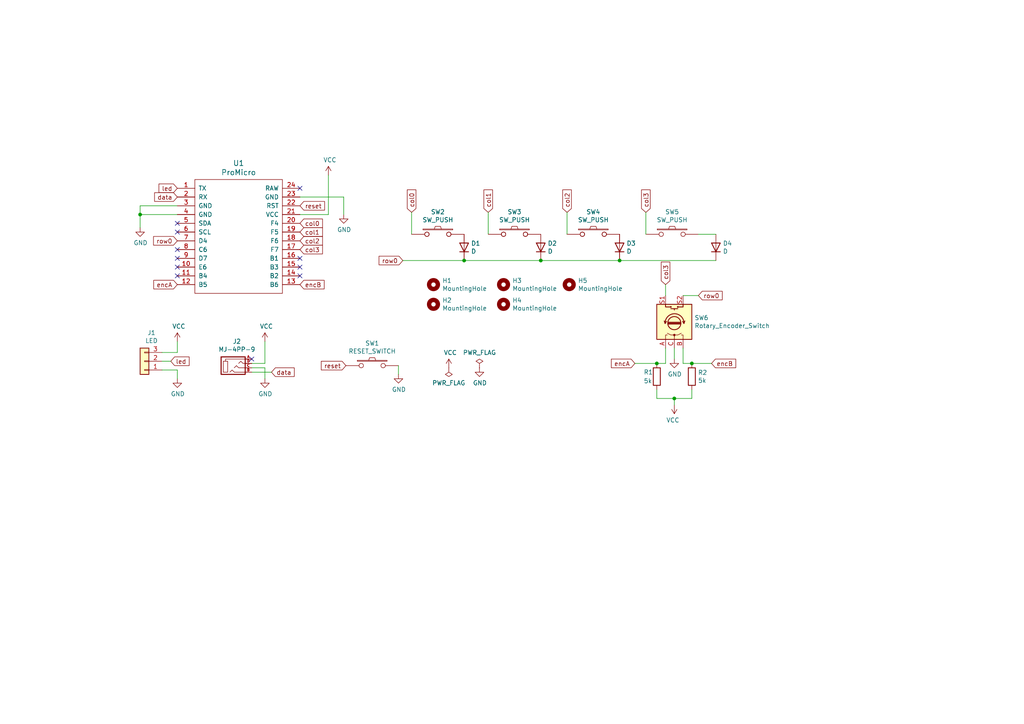
<source format=kicad_sch>
(kicad_sch (version 20230121) (generator eeschema)
  (paper "A4")
  (lib_symbols
    (symbol "Connector_Generic:Conn_01x03" (pin_names (offset 1.016) hide)
      (property "Reference" "J" (at 0 5.08 0))
      (property "Value" "Conn_01x03" (at 0 -5.08 0))
      (symbol "Conn_01x03_1_1"
        (rectangle (start -1.27 -2.413) (end 0 -2.667) (stroke (width 0.1524)))
        (rectangle (start -1.27 0.127) (end 0 -0.127) (stroke (width 0.1524)))
        (rectangle (start -1.27 2.667) (end 0 2.413) (stroke (width 0.1524)))
        (rectangle (start -1.27 3.81) (end 1.27 -3.81) (stroke (width 0.254)) (fill (type background)))
        (pin passive line (at -5.08 2.54 0) (length 3.81) (name "Pin_1") (number "1"))
        (pin passive line (at -5.08 0 0) (length 3.81) (name "Pin_2") (number "2"))
        (pin passive line (at -5.08 -2.54 0) (length 3.81) (name "Pin_3") (number "3"))
      )
    )
    (symbol "Device:D" (pin_numbers hide) (pin_names (offset 1.016) hide)
      (property "Reference" "D" (at 0 2.54 0))
      (property "Value" "D" (at 0 -2.54 0))
      (symbol "D_0_1"
        (polyline (pts (xy -1.27 1.27) (xy -1.27 -1.27)) (stroke (width 0.254)))
        (polyline (pts (xy 1.27 0) (xy -1.27 0)))
        (polyline (pts (xy 1.27 1.27) (xy 1.27 -1.27) (xy -1.27 0) (xy 1.27 1.27)) (stroke (width 0.254)))
      )
      (symbol "D_1_1"
        (pin passive line (at -3.81 0 0) (length 2.54) (name "K") (number "1"))
        (pin passive line (at 3.81 0 180) (length 2.54) (name "A") (number "2"))
      )
    )
    (symbol "Device:R" (pin_numbers hide) (pin_names (offset 0))
      (property "Reference" "R" (at 2.032 0 90))
      (property "Value" "R" (at 0 0 90))
      (symbol "R_0_1"
        (rectangle (start -1.016 -2.54) (end 1.016 2.54) (stroke (width 0.254)))
      )
      (symbol "R_1_1"
        (pin passive line (at 0 3.81 270) (length 1.27) (name "~") (number "1"))
        (pin passive line (at 0 -3.81 90) (length 1.27) (name "~") (number "2"))
      )
    )
    (symbol "Mechanical:MountingHole" (pin_names (offset 1.016))
      (property "Reference" "H" (at 0 5.08 0))
      (property "Value" "MountingHole" (at 0 3.175 0))
      (symbol "MountingHole_0_1"
        (circle (center 0 0) (radius 1.27) (stroke (width 1.27)))
      )
    )
    (symbol "power:GND" (power) (pin_names (offset 0))
      (property "Value" "GND" (at 0 -3.81 0))
      (symbol "GND_0_1"
        (polyline (pts (xy 0 0) (xy 0 -1.27) (xy 1.27 -1.27) (xy 0 -2.54) (xy -1.27 -1.27) (xy 0 -1.27)))
      )
      (symbol "GND_1_1"
        (pin power_in line (at 0 0 270) (length 0) hide (name "GND") (number "1"))
      )
    )
    (symbol "power:PWR_FLAG" (power) (pin_numbers hide) (pin_names (offset 0) hide)
      (property "Value" "PWR_FLAG" (at 0 3.81 0))
      (symbol "PWR_FLAG_0_0"
        (pin power_out line (at 0 0 90) (length 0) (name "pwr") (number "1"))
      )
      (symbol "PWR_FLAG_0_1"
        (polyline (pts (xy 0 0) (xy 0 1.27) (xy -1.016 1.905) (xy 0 2.54) (xy 1.016 1.905) (xy 0 1.27)))
      )
    )
    (symbol "power:VCC" (power) (pin_names (offset 0))
      (property "Value" "VCC" (at 0 3.81 0))
      (symbol "VCC_0_1"
        (polyline (pts (xy -0.762 1.27) (xy 0 2.54)))
        (polyline (pts (xy 0 0) (xy 0 2.54)))
        (polyline (pts (xy 0 2.54) (xy 0.762 1.27)))
      )
      (symbol "VCC_1_1"
        (pin power_in line (at 0 0 90) (length 0) hide (name "VCC") (number "1"))
      )
    )
    (symbol "va4-rescue:MJ-4PP-9-kbd" (pin_names (offset 1.016))
      (property "Reference" "J" (at 0 3.81 0))
      (property "Value" "kbd_MJ-4PP-9" (at 0 -3.81 0))
      (symbol "MJ-4PP-9-kbd_0_1"
        (rectangle (start -1.905 -1.905) (end -3.175 1.27))
        (polyline (pts (xy -2.54 1.27) (xy -2.54 1.905) (xy 3.175 1.905)))
        (polyline (pts (xy -1.27 -1.905) (xy -0.635 -1.27) (xy 0 -1.905) (xy 3.175 -1.905)))
        (polyline (pts (xy 0 -0.635) (xy 0.635 0) (xy 1.27 -0.635) (xy 3.175 -0.635)))
        (polyline (pts (xy 1.27 0.635) (xy 1.905 1.27) (xy 2.54 0.635) (xy 3.175 0.635)))
        (rectangle (start 3.175 2.54) (end -3.81 -2.54) (stroke (width 0.3048)))
      )
      (symbol "MJ-4PP-9-kbd_1_1"
        (pin input line (at 5.08 1.905 180) (length 2.0066) (name "~") (number "A"))
        (pin input line (at 5.08 -1.905 180) (length 2.0066) (name "~") (number "B"))
        (pin input line (at 5.08 -0.635 180) (length 2.0066) (name "~") (number "C"))
        (pin input line (at 5.08 0.635 180) (length 2.0066) (name "~") (number "D"))
      )
    )
    (symbol "va4-rescue:ProMicro-kbd" (pin_names (offset 1.016))
      (property "Reference" "U" (at 0 24.13 0))
      (property "Value" "kbd_ProMicro" (at 0 -13.97 0))
      (symbol "ProMicro-kbd_0_1"
        (rectangle (start -12.7 21.59) (end 12.7 -11.43))
      )
      (symbol "ProMicro-kbd_1_1"
        (pin bidirectional line (at -17.78 19.05 0) (length 5.08) (name "TX") (number "1"))
        (pin bidirectional line (at -17.78 -3.81 0) (length 5.08) (name "E6") (number "10"))
        (pin bidirectional line (at -17.78 -6.35 0) (length 5.08) (name "B4") (number "11"))
        (pin bidirectional line (at -17.78 -8.89 0) (length 5.08) (name "B5") (number "12"))
        (pin bidirectional line (at 17.78 -8.89 180) (length 5.08) (name "B6") (number "13"))
        (pin bidirectional line (at 17.78 -6.35 180) (length 5.08) (name "B2") (number "14"))
        (pin bidirectional line (at 17.78 -3.81 180) (length 5.08) (name "B3") (number "15"))
        (pin bidirectional line (at 17.78 -1.27 180) (length 5.08) (name "B1") (number "16"))
        (pin bidirectional line (at 17.78 1.27 180) (length 5.08) (name "F7") (number "17"))
        (pin bidirectional line (at 17.78 3.81 180) (length 5.08) (name "F6") (number "18"))
        (pin bidirectional line (at 17.78 6.35 180) (length 5.08) (name "F5") (number "19"))
        (pin bidirectional line (at -17.78 16.51 0) (length 5.08) (name "RX") (number "2"))
        (pin bidirectional line (at 17.78 8.89 180) (length 5.08) (name "F4") (number "20"))
        (pin power_in line (at 17.78 11.43 180) (length 5.08) (name "VCC") (number "21"))
        (pin input line (at 17.78 13.97 180) (length 5.08) (name "RST") (number "22"))
        (pin power_in line (at 17.78 16.51 180) (length 5.08) (name "GND") (number "23"))
        (pin power_out line (at 17.78 19.05 180) (length 5.08) (name "RAW") (number "24"))
        (pin power_in line (at -17.78 13.97 0) (length 5.08) (name "GND") (number "3"))
        (pin power_in line (at -17.78 11.43 0) (length 5.08) (name "GND") (number "4"))
        (pin bidirectional line (at -17.78 8.89 0) (length 5.08) (name "SDA") (number "5"))
        (pin bidirectional line (at -17.78 6.35 0) (length 5.08) (name "SCL") (number "6"))
        (pin bidirectional line (at -17.78 3.81 0) (length 5.08) (name "D4") (number "7"))
        (pin bidirectional line (at -17.78 1.27 0) (length 5.08) (name "C6") (number "8"))
        (pin bidirectional line (at -17.78 -1.27 0) (length 5.08) (name "D7") (number "9"))
      )
    )
    (symbol "va4-rescue:Rotary_Encoder_Switch-Device" (pin_names (offset 0.254) hide)
      (property "Reference" "SW" (at 0 6.604 0))
      (property "Value" "Device_Rotary_Encoder_Switch" (at 0 -6.604 0))
      (symbol "Rotary_Encoder_Switch-Device_0_1"
        (rectangle (start -5.08 5.08) (end 5.08 -5.08) (stroke (width 0.254)) (fill (type background)))
        (circle (center -3.81 0) (radius 0.254) (fill (type outline)))
        (arc (start -0.381 -2.794) (mid 2.3376 -0.0635) (end -0.381 2.667) (stroke (width 0.254)))
        (circle (center -0.381 0) (radius 1.905) (stroke (width 0.254)))
        (polyline (pts (xy -0.635 -1.778) (xy -0.635 1.778)) (stroke (width 0.254)))
        (polyline (pts (xy -0.381 -1.778) (xy -0.381 1.778)) (stroke (width 0.254)))
        (polyline (pts (xy -0.127 1.778) (xy -0.127 -1.778)) (stroke (width 0.254)))
        (polyline (pts (xy 3.81 0) (xy 3.429 0)) (stroke (width 0.254)))
        (polyline (pts (xy 3.81 1.016) (xy 3.81 -1.016)) (stroke (width 0.254)))
        (polyline (pts (xy -5.08 -2.54) (xy -3.81 -2.54) (xy -3.81 -2.032)))
        (polyline (pts (xy -5.08 2.54) (xy -3.81 2.54) (xy -3.81 2.032)))
        (polyline (pts (xy 0.254 -3.048) (xy -0.508 -2.794) (xy 0.127 -2.413)) (stroke (width 0.254)))
        (polyline (pts (xy 0.254 2.921) (xy -0.508 2.667) (xy 0.127 2.286)) (stroke (width 0.254)))
        (polyline (pts (xy 5.08 -2.54) (xy 4.318 -2.54) (xy 4.318 -1.016)) (stroke (width 0.254)))
        (polyline (pts (xy 5.08 2.54) (xy 4.318 2.54) (xy 4.318 1.016)) (stroke (width 0.254)))
        (polyline (pts (xy -5.08 0) (xy -3.81 0) (xy -3.81 -1.016) (xy -3.302 -2.032)))
        (polyline (pts (xy -4.318 0) (xy -3.81 0) (xy -3.81 1.016) (xy -3.302 2.032)))
        (circle (center 4.318 -1.016) (radius 0.127) (stroke (width 0.254)))
        (circle (center 4.318 1.016) (radius 0.127) (stroke (width 0.254)))
      )
      (symbol "Rotary_Encoder_Switch-Device_1_1"
        (pin passive line (at -7.62 2.54 0) (length 2.54) (name "A") (number "A"))
        (pin passive line (at -7.62 -2.54 0) (length 2.54) (name "B") (number "B"))
        (pin passive line (at -7.62 0 0) (length 2.54) (name "C") (number "C"))
        (pin passive line (at 7.62 2.54 180) (length 2.54) (name "S1") (number "S1"))
        (pin passive line (at 7.62 -2.54 180) (length 2.54) (name "S2") (number "S2"))
      )
    )
    (symbol "va4-rescue:SW_PUSH-kbd" (pin_numbers hide) (pin_names (offset 1.016) hide)
      (property "Reference" "SW" (at 3.81 2.794 0))
      (property "Value" "kbd_SW_PUSH" (at 0 -2.032 0))
      (symbol "SW_PUSH-kbd_0_1"
        (rectangle (start -4.318 1.27) (end 4.318 1.524))
        (polyline (pts (xy -1.016 1.524) (xy -0.762 2.286) (xy 0.762 2.286) (xy 1.016 1.524)))
        (pin passive inverted (at -7.62 0 0) (length 5.08) (name "1") (number "1"))
        (pin passive inverted (at 7.62 0 180) (length 5.08) (name "2") (number "2"))
      )
    )
  )
  (junction (at 134.62 75.565))
  (junction (at 40.64 62.23))
  (junction (at 179.705 75.565))
  (junction (at 190.5 105.41))
  (junction (at 200.66 105.41))
  (junction (at 156.845 75.565))
  (junction (at 195.58 115.57))
  (no_connect (at 73.025 104.14))
  (no_connect (at 51.435 80.01))
  (no_connect (at 86.995 74.93))
  (no_connect (at 51.435 64.77))
  (no_connect (at 86.995 54.61))
  (no_connect (at 86.995 77.47))
  (no_connect (at 51.435 67.31))
  (no_connect (at 86.995 80.01))
  (no_connect (at 51.435 77.47))
  (no_connect (at 51.435 74.93))
  (no_connect (at 51.435 72.39))
  (wire (pts (xy 141.605 67.945) (xy 141.605 61.595)))
  (wire (pts (xy 198.12 105.41) (xy 200.66 105.41)))
  (wire (pts (xy 46.99 107.315) (xy 51.435 107.315)))
  (wire (pts (xy 200.66 113.03) (xy 200.66 115.57)))
  (wire (pts (xy 202.565 67.945) (xy 207.645 67.945)))
  (wire (pts (xy 195.58 100.965) (xy 195.58 104.14)))
  (wire (pts (xy 51.435 99.06) (xy 51.435 102.235)))
  (wire (pts (xy 156.845 75.565) (xy 179.705 75.565)))
  (wire (pts (xy 95.25 62.23) (xy 86.995 62.23)))
  (wire (pts (xy 193.04 105.41) (xy 190.5 105.41)))
  (wire (pts (xy 190.5 105.41) (xy 184.15 105.41)))
  (wire (pts (xy 51.435 102.235) (xy 46.99 102.235)))
  (wire (pts (xy 198.12 85.725) (xy 202.565 85.725)))
  (wire (pts (xy 134.62 75.565) (xy 156.845 75.565)))
  (wire (pts (xy 76.835 106.68) (xy 76.835 109.855)))
  (wire (pts (xy 193.04 85.725) (xy 193.04 82.55)))
  (wire (pts (xy 115.57 106.045) (xy 115.57 108.585)))
  (wire (pts (xy 190.5 115.57) (xy 195.58 115.57)))
  (wire (pts (xy 190.5 113.03) (xy 190.5 115.57)))
  (wire (pts (xy 195.58 115.57) (xy 195.58 117.475)))
  (wire (pts (xy 195.58 115.57) (xy 200.66 115.57)))
  (wire (pts (xy 99.695 57.15) (xy 86.995 57.15)))
  (wire (pts (xy 95.25 50.8) (xy 95.25 62.23)))
  (wire (pts (xy 51.435 59.69) (xy 40.64 59.69)))
  (wire (pts (xy 198.12 100.965) (xy 198.12 105.41)))
  (wire (pts (xy 73.025 105.41) (xy 76.835 105.41)))
  (wire (pts (xy 200.66 105.41) (xy 206.375 105.41)))
  (wire (pts (xy 193.04 100.965) (xy 193.04 105.41)))
  (wire (pts (xy 187.325 61.595) (xy 187.325 67.945)))
  (wire (pts (xy 73.025 107.95) (xy 78.74 107.95)))
  (wire (pts (xy 116.84 75.565) (xy 134.62 75.565)))
  (wire (pts (xy 73.025 106.68) (xy 76.835 106.68)))
  (wire (pts (xy 40.64 62.23) (xy 40.64 66.04)))
  (wire (pts (xy 179.705 75.565) (xy 207.645 75.565)))
  (wire (pts (xy 49.53 104.775) (xy 46.99 104.775)))
  (wire (pts (xy 51.435 107.315) (xy 51.435 109.855)))
  (wire (pts (xy 76.835 105.41) (xy 76.835 99.06)))
  (wire (pts (xy 99.695 62.23) (xy 99.695 57.15)))
  (wire (pts (xy 40.64 59.69) (xy 40.64 62.23)))
  (wire (pts (xy 164.465 67.945) (xy 164.465 61.595)))
  (wire (pts (xy 119.38 61.595) (xy 119.38 67.945)))
  (wire (pts (xy 51.435 62.23) (xy 40.64 62.23)))
  (global_label "col3" (shape input) (at 86.995 72.39 0) (property "Intersheetrefs" "${INTERSHEET_REFS}" (effects hide)))
  (global_label "encB" (shape input) (at 86.995 82.55 0) (property "Intersheetrefs" "${INTERSHEET_REFS}" (effects hide)))
  (global_label "col2" (shape input) (at 86.995 69.85 0) (property "Intersheetrefs" "${INTERSHEET_REFS}" (effects hide)))
  (global_label "row0" (shape input) (at 202.565 85.725 0) (property "Intersheetrefs" "${INTERSHEET_REFS}" (effects hide)))
  (global_label "encA" (shape input) (at 184.15 105.41 180) (property "Intersheetrefs" "${INTERSHEET_REFS}" (effects hide)))
  (global_label "row0" (shape input) (at 116.84 75.565 180) (property "Intersheetrefs" "${INTERSHEET_REFS}" (effects hide)))
  (global_label "col0" (shape input) (at 86.995 64.77 0) (property "Intersheetrefs" "${INTERSHEET_REFS}" (effects hide)))
  (global_label "led" (shape input) (at 49.53 104.775 0) (property "Intersheetrefs" "${INTERSHEET_REFS}" (effects hide)))
  (global_label "reset" (shape input) (at 86.995 59.69 0) (property "Intersheetrefs" "${INTERSHEET_REFS}" (effects hide)))
  (global_label "encA" (shape input) (at 51.435 82.55 180) (property "Intersheetrefs" "${INTERSHEET_REFS}" (effects hide)))
  (global_label "col1" (shape input) (at 141.605 61.595 90) (property "Intersheetrefs" "${INTERSHEET_REFS}" (effects hide)))
  (global_label "data" (shape input) (at 78.74 107.95 0) (property "Intersheetrefs" "${INTERSHEET_REFS}" (effects hide)))
  (global_label "col3" (shape input) (at 193.04 82.55 90) (property "Intersheetrefs" "${INTERSHEET_REFS}" (effects hide)))
  (global_label "data" (shape input) (at 51.435 57.15 180) (property "Intersheetrefs" "${INTERSHEET_REFS}" (effects hide)))
  (global_label "col2" (shape input) (at 164.465 61.595 90) (property "Intersheetrefs" "${INTERSHEET_REFS}" (effects hide)))
  (global_label "reset" (shape input) (at 100.33 106.045 180) (property "Intersheetrefs" "${INTERSHEET_REFS}" (effects hide)))
  (global_label "led" (shape input) (at 51.435 54.61 180) (property "Intersheetrefs" "${INTERSHEET_REFS}" (effects hide)))
  (global_label "col0" (shape input) (at 119.38 61.595 90) (property "Intersheetrefs" "${INTERSHEET_REFS}" (effects hide)))
  (global_label "encB" (shape input) (at 206.375 105.41 0) (property "Intersheetrefs" "${INTERSHEET_REFS}" (effects hide)))
  (global_label "col3" (shape input) (at 187.325 61.595 90) (property "Intersheetrefs" "${INTERSHEET_REFS}" (effects hide)))
  (global_label "col1" (shape input) (at 86.995 67.31 0) (property "Intersheetrefs" "${INTERSHEET_REFS}" (effects hide)))
  (global_label "row0" (shape input) (at 51.435 69.85 180) (property "Intersheetrefs" "${INTERSHEET_REFS}" (effects hide)))
  (symbol (lib_id "va4-rescue:ProMicro-kbd") (at 69.215 73.66 0) (unit 1)
    (property "Reference" "U1" (at 69.215 47.3202 0) (effects (font (size 1.524 1.524))))
    (property "Value" "ProMicro" (at 69.215 50.0126 0) (effects (font (size 1.524 1.524))))
    (property "Footprint" "kbd:ProMicro_v2" (effects hide))
  )
  (symbol (lib_id "va4-rescue:SW_PUSH-kbd") (at 107.95 106.045 0) (unit 1)
    (property "Reference" "SW1" (at 107.95 99.568 0))
    (property "Value" "RESET_SWITCH" (at 107.95 101.8794 0))
    (property "Footprint" "kbd:ResetSW" (effects hide))
  )
  (symbol (lib_id "power:VCC") (at 95.25 50.8 0) (unit 1)
    (property "Reference" "#PWR0101" (effects hide))
    (property "Value" "VCC" (at 95.6818 46.4058 0))
  )
  (symbol (lib_id "va4-rescue:MJ-4PP-9-kbd") (at 67.945 106.045 0) (unit 1)
    (property "Reference" "J2" (at 68.707 99.0346 0))
    (property "Value" "MJ-4PP-9" (at 68.707 101.346 0))
    (property "Footprint" "kbd:MJ-4PP-9" (effects hide))
  )
  (symbol (lib_id "Connector_Generic:Conn_01x03") (at 41.91 104.775 180) (unit 1)
    (property "Reference" "J1" (at 43.942 96.52 0))
    (property "Value" "LED" (at 43.942 98.8314 0))
    (property "Footprint" "kbd:StripLED_rev" (effects hide))
  )
  (symbol (lib_id "power:VCC") (at 51.435 99.06 0) (unit 1)
    (property "Reference" "#PWR0102" (effects hide))
    (property "Value" "VCC" (at 51.8668 94.6658 0))
  )
  (symbol (lib_id "power:GND") (at 51.435 109.855 0) (unit 1)
    (property "Reference" "#PWR0103" (effects hide))
    (property "Value" "GND" (at 51.562 114.2492 0))
  )
  (symbol (lib_id "power:GND") (at 76.835 109.855 0) (unit 1)
    (property "Reference" "#PWR0104" (effects hide))
    (property "Value" "GND" (at 76.962 114.2492 0))
  )
  (symbol (lib_id "power:VCC") (at 76.835 99.06 0) (unit 1)
    (property "Reference" "#PWR0105" (effects hide))
    (property "Value" "VCC" (at 77.2668 94.6658 0))
  )
  (symbol (lib_id "power:GND") (at 115.57 108.585 0) (unit 1)
    (property "Reference" "#PWR0106" (effects hide))
    (property "Value" "GND" (at 115.697 112.9792 0))
  )
  (symbol (lib_id "power:GND") (at 99.695 62.23 0) (unit 1)
    (property "Reference" "#PWR0107" (effects hide))
    (property "Value" "GND" (at 99.822 66.6242 0))
  )
  (symbol (lib_id "power:GND") (at 40.64 66.04 0) (unit 1)
    (property "Reference" "#PWR0108" (effects hide))
    (property "Value" "GND" (at 40.767 70.4342 0))
  )
  (symbol (lib_id "power:VCC") (at 130.175 106.68 0) (unit 1)
    (property "Reference" "#PWR0109" (effects hide))
    (property "Value" "VCC" (at 130.6068 102.2858 0))
  )
  (symbol (lib_id "power:GND") (at 139.065 106.68 0) (unit 1)
    (property "Reference" "#PWR0110" (effects hide))
    (property "Value" "GND" (at 139.192 111.0742 0))
  )
  (symbol (lib_id "power:PWR_FLAG") (at 139.065 106.68 0) (unit 1)
    (property "Reference" "#FLG0101" (effects hide))
    (property "Value" "PWR_FLAG" (at 139.065 102.2604 0))
  )
  (symbol (lib_id "power:PWR_FLAG") (at 130.175 106.68 180) (unit 1)
    (property "Reference" "#FLG0102" (effects hide))
    (property "Value" "PWR_FLAG" (at 130.175 111.0742 0))
  )
  (symbol (lib_id "va4-rescue:SW_PUSH-kbd") (at 127 67.945 0) (unit 1)
    (property "Reference" "SW2" (at 127 61.468 0))
    (property "Value" "SW_PUSH" (at 127 63.7794 0))
    (property "Footprint" "kbd:MX_ALPS_PG1350_noLed" (effects hide))
  )
  (symbol (lib_id "Device:D") (at 134.62 71.755 90) (unit 1)
    (property "Reference" "D1" (at 136.6266 70.5866 90) (effects (justify right)))
    (property "Value" "D" (at 136.6266 72.898 90) (effects (justify right)))
    (property "Footprint" "kbd:D3_TH_SMD" (effects hide))
  )
  (symbol (lib_id "va4-rescue:SW_PUSH-kbd") (at 149.225 67.945 0) (unit 1)
    (property "Reference" "SW3" (at 149.225 61.468 0))
    (property "Value" "SW_PUSH" (at 149.225 63.7794 0))
    (property "Footprint" "kbd:MX_ALPS_PG1350_noLed" (effects hide))
  )
  (symbol (lib_id "Device:D") (at 156.845 71.755 90) (unit 1)
    (property "Reference" "D2" (at 158.8516 70.5866 90) (effects (justify right)))
    (property "Value" "D" (at 158.8516 72.898 90) (effects (justify right)))
    (property "Footprint" "kbd:D3_TH_SMD" (effects hide))
  )
  (symbol (lib_id "va4-rescue:SW_PUSH-kbd") (at 172.085 67.945 0) (unit 1)
    (property "Reference" "SW4" (at 172.085 61.468 0))
    (property "Value" "SW_PUSH" (at 172.085 63.7794 0))
    (property "Footprint" "kbd:MX_ALPS_PG1350_noLed" (effects hide))
  )
  (symbol (lib_id "Device:D") (at 179.705 71.755 90) (unit 1)
    (property "Reference" "D3" (at 181.7116 70.5866 90) (effects (justify right)))
    (property "Value" "D" (at 181.7116 72.898 90) (effects (justify right)))
    (property "Footprint" "kbd:D3_TH_SMD" (effects hide))
  )
  (symbol (lib_id "va4-rescue:SW_PUSH-kbd") (at 194.945 67.945 0) (unit 1)
    (property "Reference" "SW5" (at 194.945 61.468 0))
    (property "Value" "SW_PUSH" (at 194.945 63.7794 0))
    (property "Footprint" "keyswitches:MX_reversible" (effects hide))
  )
  (symbol (lib_id "Device:D") (at 207.645 71.755 90) (unit 1)
    (property "Reference" "D4" (at 209.6516 70.5866 90) (effects (justify right)))
    (property "Value" "D" (at 209.6516 72.898 90) (effects (justify right)))
    (property "Footprint" "kbd:D3_TH_SMD" (effects hide))
  )
  (symbol (lib_id "va4-rescue:Rotary_Encoder_Switch-Device") (at 195.58 93.345 90) (unit 1)
    (property "Reference" "SW6" (at 201.422 92.1766 90) (effects (justify right)))
    (property "Value" "Rotary_Encoder_Switch" (at 201.422 94.488 90) (effects (justify right)))
    (property "Footprint" "AcheronHardware:ALPS_EC11E" (effects hide))
  )
  (symbol (lib_id "Device:R") (at 190.5 109.22 180) (unit 1)
    (property "Reference" "R1" (at 186.69 107.95 0) (effects (justify right)))
    (property "Value" "5k" (at 186.69 110.49 0) (effects (justify right)))
    (property "Footprint" "Resistors:0805" (effects hide))
  )
  (symbol (lib_id "Device:R") (at 200.66 109.22 0) (unit 1)
    (property "Reference" "R2" (at 202.438 108.0516 0) (effects (justify left)))
    (property "Value" "5k" (at 202.438 110.363 0) (effects (justify left)))
    (property "Footprint" "Resistors:0805" (effects hide))
  )
  (symbol (lib_id "power:GND") (at 195.58 104.14 0) (unit 1)
    (property "Reference" "#PWR01" (effects hide))
    (property "Value" "GND" (at 195.707 108.5342 0))
  )
  (symbol (lib_id "power:VCC") (at 195.58 117.475 180) (unit 1)
    (property "Reference" "#PWR02" (effects hide))
    (property "Value" "VCC" (at 195.1482 121.8692 0))
  )
  (symbol (lib_id "Mechanical:MountingHole") (at 125.73 82.55 0) (unit 1)
    (property "Reference" "H1" (at 128.27 81.3816 0) (effects (justify left)))
    (property "Value" "MountingHole" (at 128.27 83.693 0) (effects (justify left)))
    (property "Footprint" "kbd:HOLE" (effects hide))
  )
  (symbol (lib_id "Mechanical:MountingHole") (at 125.73 88.265 0) (unit 1)
    (property "Reference" "H2" (at 128.27 87.0966 0) (effects (justify left)))
    (property "Value" "MountingHole" (at 128.27 89.408 0) (effects (justify left)))
    (property "Footprint" "kbd:HOLE" (effects hide))
  )
  (symbol (lib_id "Mechanical:MountingHole") (at 146.05 82.55 0) (unit 1)
    (property "Reference" "H3" (at 148.59 81.3816 0) (effects (justify left)))
    (property "Value" "MountingHole" (at 148.59 83.693 0) (effects (justify left)))
    (property "Footprint" "kbd:HOLE" (effects hide))
  )
  (symbol (lib_id "Mechanical:MountingHole") (at 146.05 88.265 0) (unit 1)
    (property "Reference" "H4" (at 148.59 87.0966 0) (effects (justify left)))
    (property "Value" "MountingHole" (at 148.59 89.408 0) (effects (justify left)))
    (property "Footprint" "kbd:HOLE" (effects hide))
  )
  (symbol (lib_id "Mechanical:MountingHole") (at 165.1 82.55 0) (unit 1)
    (property "Reference" "H5" (at 167.64 81.3816 0) (effects (justify left)))
    (property "Value" "MountingHole" (at 167.64 83.693 0) (effects (justify left)))
    (property "Footprint" "kbd:HOLE" (effects hide))
  )
)
</source>
